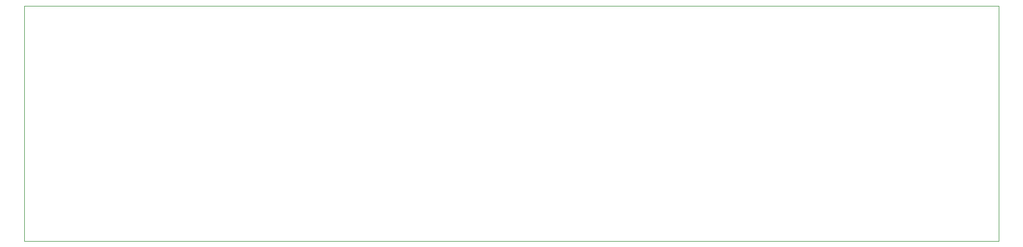
<source format=gbr>
G04 #@! TF.GenerationSoftware,KiCad,Pcbnew,(5.1.2)-2*
G04 #@! TF.CreationDate,2019-12-19T20:01:48-08:00*
G04 #@! TF.ProjectId,motherboard,6d6f7468-6572-4626-9f61-72642e6b6963,rev?*
G04 #@! TF.SameCoordinates,Original*
G04 #@! TF.FileFunction,Profile,NP*
%FSLAX46Y46*%
G04 Gerber Fmt 4.6, Leading zero omitted, Abs format (unit mm)*
G04 Created by KiCad (PCBNEW (5.1.2)-2) date 2019-12-19 20:01:48*
%MOMM*%
%LPD*%
G04 APERTURE LIST*
%ADD10C,0.050000*%
G04 APERTURE END LIST*
D10*
X237000000Y-95000000D02*
X84000000Y-95000000D01*
X237000000Y-132000000D02*
X237000000Y-95000000D01*
X84000000Y-132000000D02*
X237000000Y-132000000D01*
X84000000Y-95000000D02*
X84000000Y-132000000D01*
M02*

</source>
